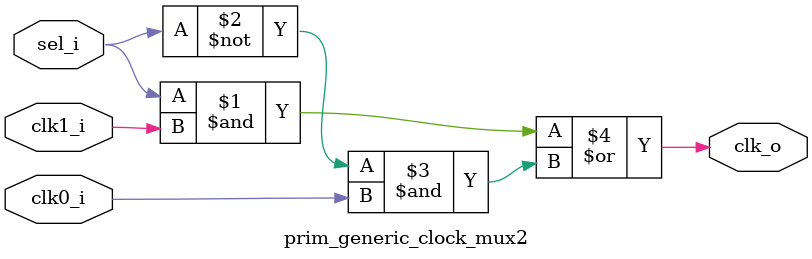
<source format=sv>

`include "prim_assert.sv"

module prim_generic_clock_mux2 #(
  parameter bit NoFpgaBufG = 1'b0 // this parameter serves no function in the generic model
) (
  input        clk0_i,
  input        clk1_i,
  input        sel_i,
  output logic clk_o
);

  // We model the mux with logic operations for GTECH runs.
  assign clk_o = (sel_i & clk1_i) | (~sel_i & clk0_i);

endmodule : prim_generic_clock_mux2

</source>
